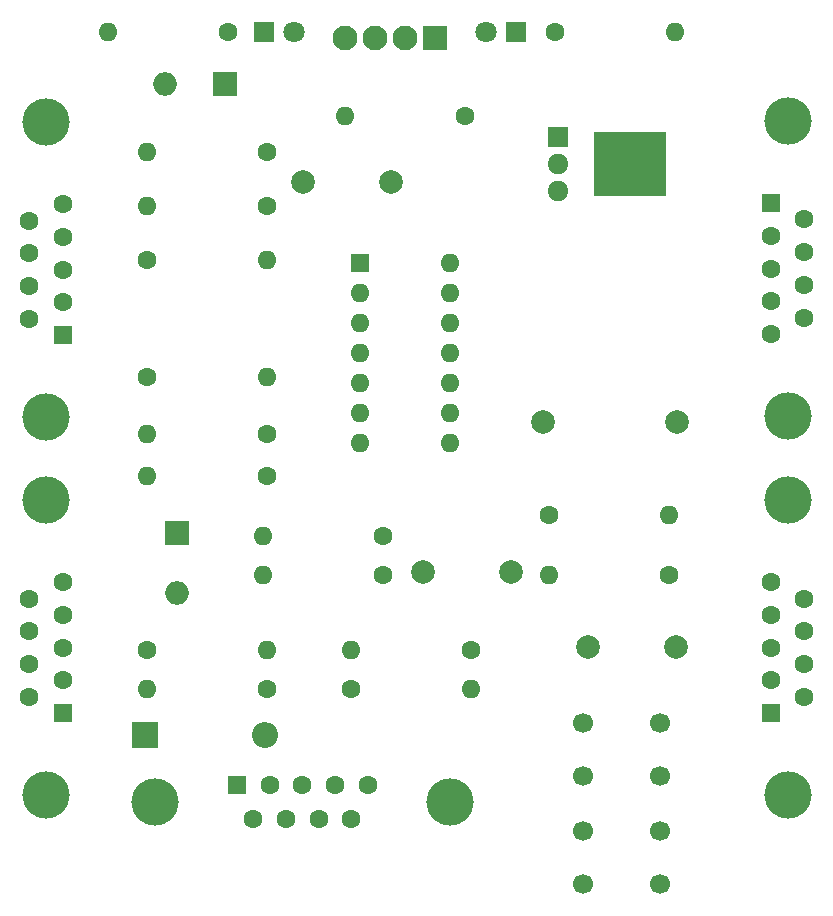
<source format=gbr>
G04 #@! TF.GenerationSoftware,KiCad,Pcbnew,5.1.6-c6e7f7d~87~ubuntu20.04.1*
G04 #@! TF.CreationDate,2020-09-09T20:55:58-04:00*
G04 #@! TF.ProjectId,CB3,4342332e-6b69-4636-9164-5f7063625858,rev?*
G04 #@! TF.SameCoordinates,Original*
G04 #@! TF.FileFunction,Soldermask,Top*
G04 #@! TF.FilePolarity,Negative*
%FSLAX46Y46*%
G04 Gerber Fmt 4.6, Leading zero omitted, Abs format (unit mm)*
G04 Created by KiCad (PCBNEW 5.1.6-c6e7f7d~87~ubuntu20.04.1) date 2020-09-09 20:55:58*
%MOMM*%
%LPD*%
G01*
G04 APERTURE LIST*
%ADD10O,1.800000X1.714500*%
%ADD11R,1.800000X1.714500*%
%ADD12R,6.200000X5.500000*%
%ADD13C,2.000000*%
%ADD14O,1.600000X1.600000*%
%ADD15C,1.600000*%
%ADD16C,1.800000*%
%ADD17R,1.800000X1.800000*%
%ADD18O,2.000000X2.000000*%
%ADD19R,2.000000X2.000000*%
%ADD20O,2.200000X2.200000*%
%ADD21R,2.200000X2.200000*%
%ADD22R,1.600000X1.600000*%
%ADD23C,4.000000*%
%ADD24C,2.100000*%
%ADD25R,2.100000X2.100000*%
%ADD26C,1.700000*%
G04 APERTURE END LIST*
D10*
X128270000Y-55372000D03*
X128270000Y-53086000D03*
D11*
X128270000Y-50800000D03*
D12*
X134343333Y-53086000D03*
D13*
X138400000Y-74930000D03*
X127000000Y-74930000D03*
X138310000Y-93980000D03*
X130810000Y-93980000D03*
X114180000Y-54610000D03*
X106680000Y-54610000D03*
X124340000Y-87630000D03*
X116840000Y-87630000D03*
D14*
X138176000Y-41910000D03*
D15*
X128016000Y-41910000D03*
D14*
X90170000Y-41910000D03*
D15*
X100330000Y-41910000D03*
D16*
X122174000Y-41910000D03*
D17*
X124714000Y-41910000D03*
D16*
X105918000Y-41910000D03*
D17*
X103378000Y-41910000D03*
D18*
X94996000Y-46278800D03*
D19*
X100076000Y-46278800D03*
D20*
X103460000Y-101400000D03*
D21*
X93300000Y-101400000D03*
D18*
X96000000Y-89380000D03*
D19*
X96000000Y-84300000D03*
D22*
X86360000Y-67564000D03*
D15*
X86360000Y-64794000D03*
X86360000Y-62024000D03*
X86360000Y-59254000D03*
X86360000Y-56484000D03*
X83520000Y-66179000D03*
X83520000Y-63409000D03*
X83520000Y-60639000D03*
X83520000Y-57869000D03*
D23*
X84940000Y-49524000D03*
X84940000Y-74524000D03*
D22*
X146304000Y-56388000D03*
D15*
X146304000Y-59158000D03*
X146304000Y-61928000D03*
X146304000Y-64698000D03*
X146304000Y-67468000D03*
X149144000Y-57773000D03*
X149144000Y-60543000D03*
X149144000Y-63313000D03*
X149144000Y-66083000D03*
D23*
X147724000Y-74428000D03*
X147724000Y-49428000D03*
D22*
X111506000Y-61468000D03*
D14*
X119126000Y-76708000D03*
X111506000Y-64008000D03*
X119126000Y-74168000D03*
X111506000Y-66548000D03*
X119126000Y-71628000D03*
X111506000Y-69088000D03*
X119126000Y-69088000D03*
X111506000Y-71628000D03*
X119126000Y-66548000D03*
X111506000Y-74168000D03*
X119126000Y-64008000D03*
X111506000Y-76708000D03*
X119126000Y-61468000D03*
D24*
X110236000Y-42418000D03*
X112776000Y-42418000D03*
X115316000Y-42418000D03*
D25*
X117856000Y-42418000D03*
D26*
X130406000Y-100402000D03*
X136906000Y-100402000D03*
X130406000Y-104902000D03*
X136906000Y-104902000D03*
X130406000Y-109546000D03*
X136906000Y-109546000D03*
X130406000Y-114046000D03*
X136906000Y-114046000D03*
D14*
X137668000Y-82804000D03*
D15*
X127508000Y-82804000D03*
D14*
X127508000Y-87884000D03*
D15*
X137668000Y-87884000D03*
D14*
X110236000Y-49022000D03*
D15*
X120396000Y-49022000D03*
D14*
X120904000Y-97536000D03*
D15*
X110744000Y-97536000D03*
D14*
X93472000Y-52070000D03*
D15*
X103632000Y-52070000D03*
D14*
X103632000Y-61214000D03*
D15*
X93472000Y-61214000D03*
D14*
X93472000Y-56642000D03*
D15*
X103632000Y-56642000D03*
D14*
X93472000Y-97536000D03*
D15*
X103632000Y-97536000D03*
D14*
X110744000Y-94234000D03*
D15*
X120904000Y-94234000D03*
D14*
X103632000Y-71120000D03*
D15*
X93472000Y-71120000D03*
D14*
X93472000Y-75946000D03*
D15*
X103632000Y-75946000D03*
D14*
X93472000Y-79502000D03*
D15*
X103632000Y-79502000D03*
D14*
X103632000Y-94234000D03*
D15*
X93472000Y-94234000D03*
D14*
X103272000Y-87884000D03*
D15*
X113432000Y-87884000D03*
D14*
X103272000Y-84582000D03*
D15*
X113432000Y-84582000D03*
D22*
X146304000Y-99568000D03*
D15*
X146304000Y-96798000D03*
X146304000Y-94028000D03*
X146304000Y-91258000D03*
X146304000Y-88488000D03*
X149144000Y-98183000D03*
X149144000Y-95413000D03*
X149144000Y-92643000D03*
X149144000Y-89873000D03*
D23*
X147724000Y-106528000D03*
X147724000Y-81528000D03*
D22*
X101092000Y-105664000D03*
D15*
X103862000Y-105664000D03*
X106632000Y-105664000D03*
X109402000Y-105664000D03*
X112172000Y-105664000D03*
X102477000Y-108504000D03*
X105247000Y-108504000D03*
X108017000Y-108504000D03*
X110787000Y-108504000D03*
D23*
X94132000Y-107084000D03*
X119132000Y-107084000D03*
D22*
X86360000Y-99568000D03*
D15*
X86360000Y-96798000D03*
X86360000Y-94028000D03*
X86360000Y-91258000D03*
X86360000Y-88488000D03*
X83520000Y-98183000D03*
X83520000Y-95413000D03*
X83520000Y-92643000D03*
X83520000Y-89873000D03*
D23*
X84940000Y-81528000D03*
X84940000Y-106528000D03*
M02*

</source>
